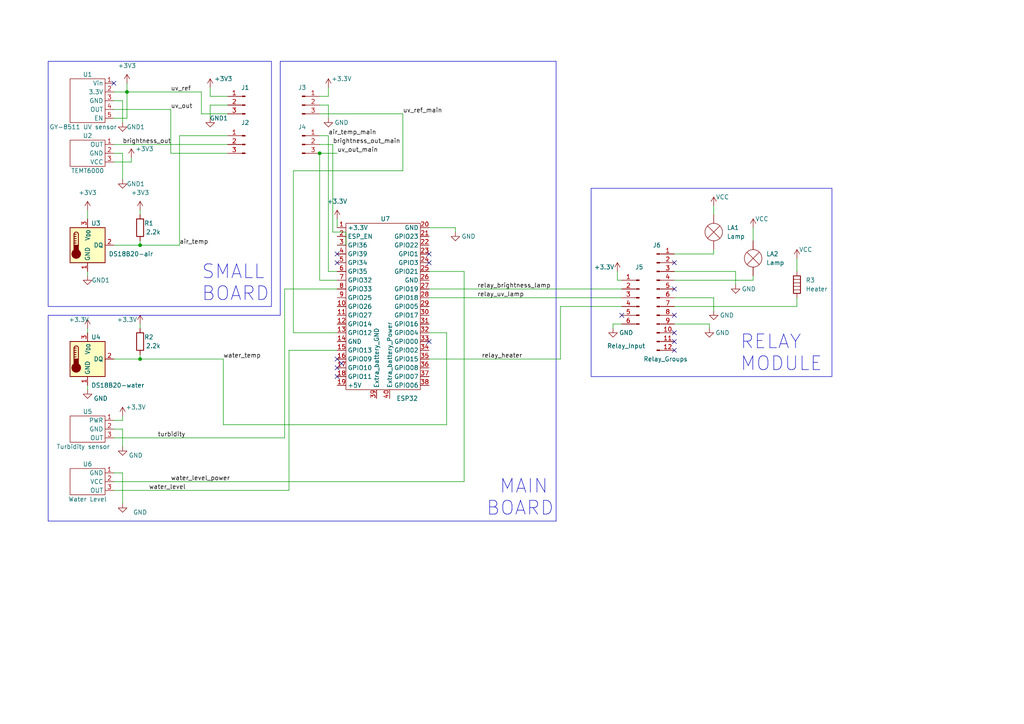
<source format=kicad_sch>
(kicad_sch (version 20230121) (generator eeschema)
  (paper "A4")
  (lib_symbols
    (symbol "Connector:Conn_01x03_Pin" (pin_names (offset 1.016) hide)
      (property "Reference" "J" (at 0 5.08 0))
      (property "Value" "Conn_01x03_Pin" (at 0 -5.08 0))
      (symbol "Conn_01x03_Pin_1_1"
        (polyline (pts (xy 1.27 -2.54) (xy 0.8636 -2.54)) (stroke (width 0.1524)))
        (polyline (pts (xy 1.27 0) (xy 0.8636 0)) (stroke (width 0.1524)))
        (polyline (pts (xy 1.27 2.54) (xy 0.8636 2.54)) (stroke (width 0.1524)))
        (rectangle (start 0.8636 -2.413) (end 0 -2.667) (stroke (width 0.1524)) (fill (type outline)))
        (rectangle (start 0.8636 0.127) (end 0 -0.127) (stroke (width 0.1524)) (fill (type outline)))
        (rectangle (start 0.8636 2.667) (end 0 2.413) (stroke (width 0.1524)) (fill (type outline)))
        (pin passive line (at 5.08 2.54 180) (length 3.81) (name "Pin_1") (number "1"))
        (pin passive line (at 5.08 0 180) (length 3.81) (name "Pin_2") (number "2"))
        (pin passive line (at 5.08 -2.54 180) (length 3.81) (name "Pin_3") (number "3"))
      )
    )
    (symbol "Connector:Conn_01x06_Pin" (pin_names (offset 1.016) hide)
      (property "Reference" "J" (at 0 7.62 0))
      (property "Value" "Conn_01x06_Pin" (at 0 -10.16 0))
      (symbol "Conn_01x06_Pin_1_1"
        (polyline (pts (xy 1.27 -7.62) (xy 0.8636 -7.62)) (stroke (width 0.1524)))
        (polyline (pts (xy 1.27 -5.08) (xy 0.8636 -5.08)) (stroke (width 0.1524)))
        (polyline (pts (xy 1.27 -2.54) (xy 0.8636 -2.54)) (stroke (width 0.1524)))
        (polyline (pts (xy 1.27 0) (xy 0.8636 0)) (stroke (width 0.1524)))
        (polyline (pts (xy 1.27 2.54) (xy 0.8636 2.54)) (stroke (width 0.1524)))
        (polyline (pts (xy 1.27 5.08) (xy 0.8636 5.08)) (stroke (width 0.1524)))
        (rectangle (start 0.8636 -7.493) (end 0 -7.747) (stroke (width 0.1524)) (fill (type outline)))
        (rectangle (start 0.8636 -4.953) (end 0 -5.207) (stroke (width 0.1524)) (fill (type outline)))
        (rectangle (start 0.8636 -2.413) (end 0 -2.667) (stroke (width 0.1524)) (fill (type outline)))
        (rectangle (start 0.8636 0.127) (end 0 -0.127) (stroke (width 0.1524)) (fill (type outline)))
        (rectangle (start 0.8636 2.667) (end 0 2.413) (stroke (width 0.1524)) (fill (type outline)))
        (rectangle (start 0.8636 5.207) (end 0 4.953) (stroke (width 0.1524)) (fill (type outline)))
        (pin passive line (at 5.08 5.08 180) (length 3.81) (name "Pin_1") (number "1"))
        (pin passive line (at 5.08 2.54 180) (length 3.81) (name "Pin_2") (number "2"))
        (pin passive line (at 5.08 0 180) (length 3.81) (name "Pin_3") (number "3"))
        (pin passive line (at 5.08 -2.54 180) (length 3.81) (name "Pin_4") (number "4"))
        (pin passive line (at 5.08 -5.08 180) (length 3.81) (name "Pin_5") (number "5"))
        (pin passive line (at 5.08 -7.62 180) (length 3.81) (name "Pin_6") (number "6"))
      )
    )
    (symbol "Connector:Conn_01x12_Pin" (pin_names (offset 1.016) hide)
      (property "Reference" "J" (at 0 15.24 0))
      (property "Value" "Conn_01x12_Pin" (at 0 -17.78 0))
      (symbol "Conn_01x12_Pin_1_1"
        (polyline (pts (xy 1.27 -15.24) (xy 0.8636 -15.24)) (stroke (width 0.1524)))
        (polyline (pts (xy 1.27 -12.7) (xy 0.8636 -12.7)) (stroke (width 0.1524)))
        (polyline (pts (xy 1.27 -10.16) (xy 0.8636 -10.16)) (stroke (width 0.1524)))
        (polyline (pts (xy 1.27 -7.62) (xy 0.8636 -7.62)) (stroke (width 0.1524)))
        (polyline (pts (xy 1.27 -5.08) (xy 0.8636 -5.08)) (stroke (width 0.1524)))
        (polyline (pts (xy 1.27 -2.54) (xy 0.8636 -2.54)) (stroke (width 0.1524)))
        (polyline (pts (xy 1.27 0) (xy 0.8636 0)) (stroke (width 0.1524)))
        (polyline (pts (xy 1.27 2.54) (xy 0.8636 2.54)) (stroke (width 0.1524)))
        (polyline (pts (xy 1.27 5.08) (xy 0.8636 5.08)) (stroke (width 0.1524)))
        (polyline (pts (xy 1.27 7.62) (xy 0.8636 7.62)) (stroke (width 0.1524)))
        (polyline (pts (xy 1.27 10.16) (xy 0.8636 10.16)) (stroke (width 0.1524)))
        (polyline (pts (xy 1.27 12.7) (xy 0.8636 12.7)) (stroke (width 0.1524)))
        (rectangle (start 0.8636 -15.113) (end 0 -15.367) (stroke (width 0.1524)) (fill (type outline)))
        (rectangle (start 0.8636 -12.573) (end 0 -12.827) (stroke (width 0.1524)) (fill (type outline)))
        (rectangle (start 0.8636 -10.033) (end 0 -10.287) (stroke (width 0.1524)) (fill (type outline)))
        (rectangle (start 0.8636 -7.493) (end 0 -7.747) (stroke (width 0.1524)) (fill (type outline)))
        (rectangle (start 0.8636 -4.953) (end 0 -5.207) (stroke (width 0.1524)) (fill (type outline)))
        (rectangle (start 0.8636 -2.413) (end 0 -2.667) (stroke (width 0.1524)) (fill (type outline)))
        (rectangle (start 0.8636 0.127) (end 0 -0.127) (stroke (width 0.1524)) (fill (type outline)))
        (rectangle (start 0.8636 2.667) (end 0 2.413) (stroke (width 0.1524)) (fill (type outline)))
        (rectangle (start 0.8636 5.207) (end 0 4.953) (stroke (width 0.1524)) (fill (type outline)))
        (rectangle (start 0.8636 7.747) (end 0 7.493) (stroke (width 0.1524)) (fill (type outline)))
        (rectangle (start 0.8636 10.287) (end 0 10.033) (stroke (width 0.1524)) (fill (type outline)))
        (rectangle (start 0.8636 12.827) (end 0 12.573) (stroke (width 0.1524)) (fill (type outline)))
        (pin passive line (at 5.08 12.7 180) (length 3.81) (name "Pin_1") (number "1"))
        (pin passive line (at 5.08 -10.16 180) (length 3.81) (name "Pin_10") (number "10"))
        (pin passive line (at 5.08 -12.7 180) (length 3.81) (name "Pin_11") (number "11"))
        (pin passive line (at 5.08 -15.24 180) (length 3.81) (name "Pin_12") (number "12"))
        (pin passive line (at 5.08 10.16 180) (length 3.81) (name "Pin_2") (number "2"))
        (pin passive line (at 5.08 7.62 180) (length 3.81) (name "Pin_3") (number "3"))
        (pin passive line (at 5.08 5.08 180) (length 3.81) (name "Pin_4") (number "4"))
        (pin passive line (at 5.08 2.54 180) (length 3.81) (name "Pin_5") (number "5"))
        (pin passive line (at 5.08 0 180) (length 3.81) (name "Pin_6") (number "6"))
        (pin passive line (at 5.08 -2.54 180) (length 3.81) (name "Pin_7") (number "7"))
        (pin passive line (at 5.08 -5.08 180) (length 3.81) (name "Pin_8") (number "8"))
        (pin passive line (at 5.08 -7.62 180) (length 3.81) (name "Pin_9") (number "9"))
      )
    )
    (symbol "Device:Heater" (pin_numbers hide) (pin_names (offset 0))
      (property "Reference" "R" (at 2.032 0 90))
      (property "Value" "Heater" (at -2.032 0 90))
      (symbol "Heater_0_1"
        (rectangle (start -1.016 -2.54) (end 1.016 2.54) (stroke (width 0.254)))
        (polyline (pts (xy -1.016 1.524) (xy 1.016 1.524)))
        (polyline (pts (xy 1.016 -1.524) (xy -1.016 -1.524)))
        (polyline (pts (xy 1.016 -0.508) (xy -1.016 -0.508)))
        (polyline (pts (xy 1.016 0.508) (xy -1.016 0.508)))
      )
      (symbol "Heater_1_1"
        (pin passive line (at 0 3.81 270) (length 1.27) (name "~") (number "1"))
        (pin passive line (at 0 -3.81 90) (length 1.27) (name "~") (number "2"))
      )
    )
    (symbol "Device:Lamp" (pin_numbers hide) (pin_names (offset 0.0254) hide)
      (property "Reference" "LA" (at 0.635 3.81 0))
      (property "Value" "Lamp" (at 0.635 -3.81 0))
      (symbol "Lamp_0_1"
        (polyline (pts (xy -1.778 1.778) (xy 1.778 -1.778)))
        (polyline (pts (xy 1.778 1.778) (xy -1.778 -1.778)))
        (circle (center 0 0) (radius 2.54))
      )
      (symbol "Lamp_1_1"
        (pin passive line (at 0 -5.08 90) (length 2.54) (name "-") (number "1"))
        (pin passive line (at 0 5.08 270) (length 2.54) (name "+") (number "2"))
      )
    )
    (symbol "Device:R" (pin_numbers hide) (pin_names (offset 0))
      (property "Reference" "R" (at 2.032 0 90))
      (property "Value" "R" (at 0 0 90))
      (symbol "R_0_1"
        (rectangle (start -1.016 -2.54) (end 1.016 2.54) (stroke (width 0.254)))
      )
      (symbol "R_1_1"
        (pin passive line (at 0 3.81 270) (length 1.27) (name "~") (number "1"))
        (pin passive line (at 0 -3.81 90) (length 1.27) (name "~") (number "2"))
      )
    )
    (symbol "Diplomna:DFROBOT_-_SEN0189_-_turbidity_sensor"
      (property "Reference" "U" (at -3.81 2.54 0))
      (symbol "DFROBOT_-_SEN0189_-_turbidity_sensor_0_1"
        (rectangle (start -5.08 1.27) (end 5.08 -6.35))
      )
      (symbol "DFROBOT_-_SEN0189_-_turbidity_sensor_1_1"
        (pin power_in line (at 7.62 0 180) (length 2.54) (name "PWR") (number "1"))
        (pin power_in line (at 7.62 -2.54 180) (length 2.54) (name "GND") (number "2"))
        (pin output line (at 7.62 -5.08 180) (length 2.54) (name "OUT") (number "3"))
      )
    )
    (symbol "Diplomna:GY-8511_UV_sensor"
      (property "Reference" "U" (at 2.54 5.08 0))
      (symbol "GY-8511_UV_sensor_0_1"
        (rectangle (start 0 3.81) (end 10.16 -8.89))
      )
      (symbol "GY-8511_UV_sensor_1_1"
        (pin power_in line (at 12.7 2.54 180) (length 2.54) (name "Vin") (number "1"))
        (pin power_in line (at 12.7 0 180) (length 2.54) (name "3.3V") (number "2"))
        (pin power_in line (at 12.7 -2.54 180) (length 2.54) (name "GND") (number "3"))
        (pin output line (at 12.7 -5.08 180) (length 2.54) (name "OUT") (number "4"))
        (pin passive line (at 12.7 -7.62 180) (length 2.54) (name "EN") (number "5"))
      )
    )
    (symbol "Diplomna:TEMT6000"
      (property "Reference" "U" (at -5.08 5.08 0))
      (symbol "TEMT6000_0_0"
        (text "" (at 1.27 0 0) (effects (font (size 1.27 1.27))))
      )
      (symbol "TEMT6000_0_1"
        (rectangle (start -7.62 3.81) (end 2.54 -3.81))
      )
      (symbol "TEMT6000_1_1"
        (pin output line (at 5.08 2.54 180) (length 2.54) (name "OUT") (number "1"))
        (pin power_in line (at 5.08 0 180) (length 2.54) (name "GND") (number "2"))
        (pin power_in line (at 5.08 -2.54 180) (length 2.54) (name "VCC") (number "3"))
      )
    )
    (symbol "Diplomna:Water_Level_Sensor"
      (property "Reference" "U" (at -36.83 20.32 0))
      (symbol "Water_Level_Sensor_0_1"
        (rectangle (start -5.08 2.54) (end 5.08 -5.08))
      )
      (symbol "Water_Level_Sensor_1_1"
        (pin power_in line (at 7.62 1.27 180) (length 2.54) (name "GND") (number "1"))
        (pin power_in line (at 7.62 -1.27 180) (length 2.54) (name "VCC") (number "2"))
        (pin output line (at 7.62 -3.81 180) (length 2.54) (name "OUT") (number "3"))
      )
    )
    (symbol "Diplomna:olimex-esp32-devkit-lipo-d2"
      (property "Reference" "U" (at 0 6.35 0))
      (property "Value" "ESP32" (at 19.05 -46.99 0))
      (symbol "olimex-esp32-devkit-lipo-d2_0_1"
        (rectangle (start -2.54 5.08) (end 19.05 -43.18))
      )
      (symbol "olimex-esp32-devkit-lipo-d2_1_1"
        (pin power_out line (at -5.08 3.81 0) (length 2.54) (name "+3.3V") (number "1"))
        (pin bidirectional line (at -5.08 -19.05 0) (length 2.54) (name "GPIO26") (number "10"))
        (pin bidirectional line (at -5.08 -21.59 0) (length 2.54) (name "GPIO27") (number "11"))
        (pin bidirectional line (at -5.08 -24.13 0) (length 2.54) (name "GPIO14") (number "12"))
        (pin bidirectional line (at -5.08 -26.67 0) (length 2.54) (name "GPIO12") (number "13"))
        (pin power_out line (at -5.08 -29.21 0) (length 2.54) (name "GND") (number "14"))
        (pin bidirectional line (at -5.08 -31.75 0) (length 2.54) (name "GPIO13") (number "15"))
        (pin bidirectional line (at -5.08 -34.29 0) (length 2.54) (name "GPIO09") (number "16"))
        (pin bidirectional line (at -5.08 -36.83 0) (length 2.54) (name "GPIO10") (number "17"))
        (pin bidirectional line (at -5.08 -39.37 0) (length 2.54) (name "GPIO11") (number "18"))
        (pin power_out line (at -5.08 -41.91 0) (length 2.54) (name "+5V") (number "19"))
        (pin passive line (at -5.08 1.27 0) (length 2.54) (name "ESP_EN") (number "2"))
        (pin power_out line (at 21.59 3.81 180) (length 2.54) (name "GND") (number "20"))
        (pin bidirectional line (at 21.59 1.27 180) (length 2.54) (name "GPIO23") (number "21"))
        (pin bidirectional line (at 21.59 -1.27 180) (length 2.54) (name "GPIO22") (number "22"))
        (pin bidirectional line (at 21.59 -3.81 180) (length 2.54) (name "GPIO1") (number "23"))
        (pin bidirectional line (at 21.59 -6.35 180) (length 2.54) (name "GPIO3") (number "24"))
        (pin bidirectional line (at 21.59 -8.89 180) (length 2.54) (name "GPIO21") (number "25"))
        (pin power_out line (at 21.59 -11.43 180) (length 2.54) (name "GND") (number "26"))
        (pin bidirectional line (at 21.59 -13.97 180) (length 2.54) (name "GPIO19") (number "27"))
        (pin bidirectional line (at 21.59 -16.51 180) (length 2.54) (name "GPIO18") (number "28"))
        (pin bidirectional line (at 21.59 -19.05 180) (length 2.54) (name "GPIO05") (number "29"))
        (pin bidirectional line (at -5.08 -1.27 0) (length 2.54) (name "GPI36") (number "3"))
        (pin bidirectional line (at 21.59 -21.59 180) (length 2.54) (name "GPIO17") (number "30"))
        (pin bidirectional line (at 21.59 -24.13 180) (length 2.54) (name "GPIO16") (number "31"))
        (pin bidirectional line (at 21.59 -26.67 180) (length 2.54) (name "GPIO04") (number "32"))
        (pin bidirectional line (at 21.59 -29.21 180) (length 2.54) (name "GPIO00") (number "33"))
        (pin bidirectional line (at 21.59 -31.75 180) (length 2.54) (name "GPIO02") (number "34"))
        (pin bidirectional line (at 21.59 -34.29 180) (length 2.54) (name "GPIO15") (number "35"))
        (pin bidirectional line (at 21.59 -36.83 180) (length 2.54) (name "GPIO08") (number "36"))
        (pin bidirectional line (at 21.59 -39.37 180) (length 2.54) (name "GPIO07") (number "37"))
        (pin bidirectional line (at 21.59 -41.91 180) (length 2.54) (name "GPIO06") (number "38"))
        (pin power_in line (at 6.35 -45.72 90) (length 2.54) (name "Extra_battery_GND") (number "39"))
        (pin bidirectional line (at -5.08 -3.81 0) (length 2.54) (name "GPI39") (number "4"))
        (pin power_in line (at 10.16 -45.72 90) (length 2.54) (name "Extra_battery_Power") (number "40"))
        (pin bidirectional line (at -5.08 -6.35 0) (length 2.54) (name "GPI34") (number "5"))
        (pin bidirectional line (at -5.08 -8.89 0) (length 2.54) (name "GPI35") (number "6"))
        (pin bidirectional line (at -5.08 -11.43 0) (length 2.54) (name "GPIO32") (number "7"))
        (pin bidirectional line (at -5.08 -13.97 0) (length 2.54) (name "GPIO33") (number "8"))
        (pin bidirectional line (at -5.08 -16.51 0) (length 2.54) (name "GPIO25") (number "9"))
      )
    )
    (symbol "Sensor_Temperature:DS18B20"
      (property "Reference" "U" (at -3.81 6.35 0))
      (property "Value" "DS18B20" (at 6.35 6.35 0))
      (symbol "DS18B20_0_1"
        (rectangle (start -5.08 5.08) (end 5.08 -5.08) (stroke (width 0.254)) (fill (type background)))
        (circle (center -3.302 -2.54) (radius 1.27) (stroke (width 0.254)) (fill (type outline)))
        (rectangle (start -2.667 -1.905) (end -3.937 0) (stroke (width 0.254)) (fill (type outline)))
        (arc (start -2.667 3.175) (mid -3.302 3.8073) (end -3.937 3.175) (stroke (width 0.254)))
        (polyline (pts (xy -3.937 0.635) (xy -3.302 0.635)) (stroke (width 0.254)))
        (polyline (pts (xy -3.937 1.27) (xy -3.302 1.27)) (stroke (width 0.254)))
        (polyline (pts (xy -3.937 1.905) (xy -3.302 1.905)) (stroke (width 0.254)))
        (polyline (pts (xy -3.937 2.54) (xy -3.302 2.54)) (stroke (width 0.254)))
        (polyline (pts (xy -3.937 3.175) (xy -3.937 0)) (stroke (width 0.254)))
        (polyline (pts (xy -3.937 3.175) (xy -3.302 3.175)) (stroke (width 0.254)))
        (polyline (pts (xy -2.667 3.175) (xy -2.667 0)) (stroke (width 0.254)))
      )
      (symbol "DS18B20_1_1"
        (pin power_in line (at 0 -7.62 90) (length 2.54) (name "GND") (number "1"))
        (pin bidirectional line (at 7.62 0 180) (length 2.54) (name "DQ") (number "2"))
        (pin power_in line (at 0 7.62 270) (length 2.54) (name "V_{DD}") (number "3"))
      )
    )
    (symbol "esp32:GND" (power) (pin_names (offset 0))
      (property "Value" "GND" (at 0 -3.81 0))
      (symbol "GND_0_1"
        (polyline (pts (xy 0 0) (xy 0 -1.27) (xy 1.27 -1.27) (xy 0 -2.54) (xy -1.27 -1.27) (xy 0 -1.27)))
      )
      (symbol "GND_1_1"
        (pin power_in line (at 0 0 270) (length 0) hide (name "GND") (number "1"))
      )
    )
    (symbol "power:+3.3V" (power) (pin_names (offset 0))
      (property "Value" "+3.3V" (at 0 3.556 0))
      (symbol "+3.3V_0_1"
        (polyline (pts (xy -0.762 1.27) (xy 0 2.54)))
        (polyline (pts (xy 0 0) (xy 0 2.54)))
        (polyline (pts (xy 0 2.54) (xy 0.762 1.27)))
      )
      (symbol "+3.3V_1_1"
        (pin power_in line (at 0 0 90) (length 0) hide (name "+3.3V") (number "1"))
      )
    )
    (symbol "power:+3V3" (power) (pin_names (offset 0))
      (property "Value" "+3V3" (at 0 3.556 0))
      (symbol "+3V3_0_1"
        (polyline (pts (xy -0.762 1.27) (xy 0 2.54)))
        (polyline (pts (xy 0 0) (xy 0 2.54)))
        (polyline (pts (xy 0 2.54) (xy 0.762 1.27)))
      )
      (symbol "+3V3_1_1"
        (pin power_in line (at 0 0 90) (length 0) hide (name "+3V3") (number "1"))
      )
    )
    (symbol "power:GND1" (power) (pin_names (offset 0))
      (property "Value" "GND1" (at 0 -3.81 0))
      (symbol "GND1_0_1"
        (polyline (pts (xy 0 0) (xy 0 -1.27) (xy 1.27 -1.27) (xy 0 -2.54) (xy -1.27 -1.27) (xy 0 -1.27)))
      )
      (symbol "GND1_1_1"
        (pin power_in line (at 0 0 270) (length 0) hide (name "GND1") (number "1"))
      )
    )
    (symbol "power:VCC" (power) (pin_names (offset 0))
      (property "Value" "VCC" (at 0 3.81 0))
      (symbol "VCC_0_1"
        (polyline (pts (xy -0.762 1.27) (xy 0 2.54)))
        (polyline (pts (xy 0 0) (xy 0 2.54)))
        (polyline (pts (xy 0 2.54) (xy 0.762 1.27)))
      )
      (symbol "VCC_1_1"
        (pin power_in line (at 0 0 90) (length 0) hide (name "VCC") (number "1"))
      )
    )
  )
  (junction (at 40.64 104.14))
  (junction (at 92.71 44.45))
  (junction (at 36.83 26.67))
  (junction (at 40.64 71.12))
  (no_connect (at 180.34 91.44))
  (no_connect (at 99.06 105.41))
  (no_connect (at 97.79 109.22))
  (no_connect (at 195.58 96.52))
  (no_connect (at 195.58 99.06))
  (no_connect (at 195.58 101.6))
  (no_connect (at 195.58 83.82))
  (no_connect (at 124.46 99.06))
  (no_connect (at 97.79 76.2))
  (no_connect (at 195.58 91.44))
  (no_connect (at 33.02 24.13))
  (no_connect (at 97.79 104.14))
  (no_connect (at 97.79 106.68))
  (no_connect (at 97.79 73.66))
  (no_connect (at 124.46 76.2))
  (no_connect (at 195.58 76.2))
  (no_connect (at 124.46 73.66))
  (wire (pts (xy 92.71 27.94) (xy 95.25 27.94)))
  (polyline (pts (xy 81.28 17.78) (xy 161.29 17.78)))
  (wire (pts (xy 36.83 26.67) (xy 58.42 26.67)))
  (wire (pts (xy 85.09 96.52) (xy 97.79 96.52)))
  (wire (pts (xy 66.04 27.94) (xy 60.96 27.94)))
  (wire (pts (xy 92.71 39.37) (xy 95.25 39.37)))
  (wire (pts (xy 83.82 101.6) (xy 97.79 101.6)))
  (wire (pts (xy 35.56 44.45) (xy 33.02 44.45)))
  (wire (pts (xy 124.46 83.82) (xy 180.34 83.82)))
  (wire (pts (xy 96.52 67.31) (xy 100.33 67.31)))
  (wire (pts (xy 95.25 30.48) (xy 95.25 34.29)))
  (wire (pts (xy 33.02 127) (xy 82.55 127)))
  (wire (pts (xy 124.46 66.04) (xy 132.08 66.04)))
  (wire (pts (xy 40.64 69.85) (xy 40.64 71.12)))
  (wire (pts (xy 25.4 60.96) (xy 25.4 63.5)))
  (wire (pts (xy 49.53 31.75) (xy 49.53 44.45)))
  (wire (pts (xy 177.8 93.98) (xy 177.8 95.25)))
  (wire (pts (xy 33.02 121.92) (xy 35.56 121.92)))
  (wire (pts (xy 33.02 137.16) (xy 35.56 137.16)))
  (polyline (pts (xy 161.29 151.13) (xy 13.97 151.13)))
  (wire (pts (xy 85.09 49.53) (xy 116.84 49.53)))
  (wire (pts (xy 180.34 81.28) (xy 179.07 81.28)))
  (wire (pts (xy 85.09 96.52) (xy 85.09 49.53)))
  (wire (pts (xy 82.55 83.82) (xy 82.55 127)))
  (wire (pts (xy 35.56 137.16) (xy 35.56 146.05)))
  (wire (pts (xy 95.25 39.37) (xy 95.25 78.74)))
  (wire (pts (xy 195.58 81.28) (xy 218.44 81.28)))
  (wire (pts (xy 218.44 81.28) (xy 218.44 80.01)))
  (wire (pts (xy 100.33 71.12) (xy 97.79 71.12)))
  (wire (pts (xy 95.25 27.94) (xy 95.25 25.4)))
  (wire (pts (xy 35.56 121.92) (xy 35.56 120.65)))
  (wire (pts (xy 207.01 90.17) (xy 207.01 86.36)))
  (wire (pts (xy 33.02 34.29) (xy 36.83 34.29)))
  (wire (pts (xy 92.71 81.28) (xy 97.79 81.28)))
  (wire (pts (xy 195.58 78.74) (xy 213.36 78.74)))
  (wire (pts (xy 40.64 104.14) (xy 33.02 104.14)))
  (wire (pts (xy 60.96 27.94) (xy 60.96 25.4)))
  (wire (pts (xy 100.33 67.31) (xy 100.33 71.12)))
  (wire (pts (xy 124.46 104.14) (xy 162.56 104.14)))
  (wire (pts (xy 40.64 71.12) (xy 33.02 71.12)))
  (wire (pts (xy 40.64 71.12) (xy 52.07 71.12)))
  (wire (pts (xy 134.62 139.7) (xy 134.62 78.74)))
  (wire (pts (xy 124.46 86.36) (xy 180.34 86.36)))
  (wire (pts (xy 40.64 93.98) (xy 40.64 95.25)))
  (wire (pts (xy 92.71 41.91) (xy 96.52 41.91)))
  (wire (pts (xy 33.02 31.75) (xy 49.53 31.75)))
  (wire (pts (xy 66.04 33.02) (xy 58.42 33.02)))
  (wire (pts (xy 205.74 93.98) (xy 205.74 95.25)))
  (wire (pts (xy 36.83 34.29) (xy 36.83 26.67)))
  (wire (pts (xy 92.71 44.45) (xy 97.79 44.45)))
  (wire (pts (xy 97.79 78.74) (xy 95.25 78.74)))
  (wire (pts (xy 83.82 101.6) (xy 83.82 142.24)))
  (wire (pts (xy 52.07 39.37) (xy 66.04 39.37)))
  (wire (pts (xy 35.56 29.21) (xy 35.56 35.56)))
  (wire (pts (xy 36.83 24.13) (xy 36.83 26.67)))
  (wire (pts (xy 40.64 104.14) (xy 64.77 104.14)))
  (wire (pts (xy 132.08 66.04) (xy 132.08 67.31)))
  (wire (pts (xy 129.54 123.19) (xy 64.77 123.19)))
  (wire (pts (xy 179.07 81.28) (xy 179.07 78.74)))
  (wire (pts (xy 116.84 49.53) (xy 116.84 33.02)))
  (wire (pts (xy 207.01 86.36) (xy 195.58 86.36)))
  (wire (pts (xy 33.02 26.67) (xy 36.83 26.67)))
  (wire (pts (xy 124.46 96.52) (xy 129.54 96.52)))
  (wire (pts (xy 35.56 52.07) (xy 35.56 44.45)))
  (wire (pts (xy 60.96 30.48) (xy 60.96 34.29)))
  (wire (pts (xy 58.42 26.67) (xy 58.42 33.02)))
  (polyline (pts (xy 81.28 91.44) (xy 81.28 17.78)))
  (wire (pts (xy 231.14 74.93) (xy 231.14 78.74)))
  (wire (pts (xy 25.4 111.76) (xy 25.4 113.03)))
  (wire (pts (xy 218.44 66.04) (xy 218.44 69.85)))
  (wire (pts (xy 35.56 124.46) (xy 35.56 129.54)))
  (polyline (pts (xy 13.97 91.44) (xy 13.97 151.13)))
  (wire (pts (xy 33.02 41.91) (xy 66.04 41.91)))
  (wire (pts (xy 64.77 123.19) (xy 64.77 104.14)))
  (wire (pts (xy 195.58 93.98) (xy 205.74 93.98)))
  (wire (pts (xy 38.1 46.99) (xy 38.1 45.72)))
  (wire (pts (xy 124.46 78.74) (xy 134.62 78.74)))
  (wire (pts (xy 33.02 142.24) (xy 83.82 142.24)))
  (wire (pts (xy 92.71 33.02) (xy 116.84 33.02)))
  (polyline (pts (xy 13.97 91.44) (xy 81.28 91.44)))
  (wire (pts (xy 162.56 88.9) (xy 180.34 88.9)))
  (wire (pts (xy 66.04 30.48) (xy 60.96 30.48)))
  (wire (pts (xy 207.01 59.69) (xy 207.01 62.23)))
  (wire (pts (xy 49.53 44.45) (xy 66.04 44.45)))
  (wire (pts (xy 92.71 30.48) (xy 95.25 30.48)))
  (wire (pts (xy 162.56 104.14) (xy 162.56 88.9)))
  (wire (pts (xy 25.4 78.74) (xy 25.4 80.01)))
  (wire (pts (xy 195.58 73.66) (xy 207.01 73.66)))
  (wire (pts (xy 40.64 60.96) (xy 40.64 62.23)))
  (wire (pts (xy 231.14 88.9) (xy 231.14 86.36)))
  (wire (pts (xy 207.01 73.66) (xy 207.01 72.39)))
  (wire (pts (xy 33.02 139.7) (xy 134.62 139.7)))
  (wire (pts (xy 25.4 95.25) (xy 25.4 96.52)))
  (wire (pts (xy 180.34 93.98) (xy 177.8 93.98)))
  (wire (pts (xy 92.71 44.45) (xy 92.71 81.28)))
  (wire (pts (xy 33.02 29.21) (xy 35.56 29.21)))
  (wire (pts (xy 82.55 83.82) (xy 97.79 83.82)))
  (wire (pts (xy 33.02 124.46) (xy 35.56 124.46)))
  (wire (pts (xy 33.02 46.99) (xy 38.1 46.99)))
  (wire (pts (xy 129.54 96.52) (xy 129.54 123.19)))
  (wire (pts (xy 96.52 41.91) (xy 96.52 67.31)))
  (wire (pts (xy 52.07 71.12) (xy 52.07 39.37)))
  (wire (pts (xy 213.36 78.74) (xy 213.36 82.55)))
  (polyline (pts (xy 161.29 17.78) (xy 161.29 151.13)))
  (wire (pts (xy 97.79 63.5) (xy 97.79 66.04)))
  (wire (pts (xy 40.64 102.87) (xy 40.64 104.14)))
  (wire (pts (xy 195.58 88.9) (xy 231.14 88.9)))
  (rectangle (start 13.97 17.78) (end 78.74 88.9))
  (rectangle (start 171.45 54.61) (end 241.3 109.22))
  (text "MAIN" (at 144.78 143.51 0) (effects (font (size 4 4)) (justify left bottom)))
  (text "SMALL" (at 58.42 81.28 0) (effects (font (size 4 4)) (justify left bottom)))
  (text "RELAY\n" (at 214.63 101.6 0) (effects (font (size 4 4)) (justify left bottom)))
  (text "BOARD" (at 58.42 87.63 0) (effects (font (size 4 4)) (justify left bottom)))
  (text "BOARD\n" (at 140.97 149.86 0) (effects (font (size 4 4)) (justify left bottom)))
  (text "MODULE" (at 214.63 107.95 0) (effects (font (size 4 4)) (justify left bottom)))
  (label "water_level_power" (at 49.53 139.7 0))
  (label "uv_ref_main" (at 116.84 33.02 0))
  (label "brightness_out" (at 35.56 41.91 0))
  (label "water_temp" (at 64.77 104.14 0))
  (label "relay_uv_lamp" (at 138.43 86.36 0))
  (label "relay_heater" (at 139.7 104.14 0))
  (label "water_level" (at 43.18 142.24 0))
  (label "uv_out_main" (at 97.79 44.45 0))
  (label "uv_out" (at 49.53 31.75 0))
  (label "uv_ref" (at 49.53 26.67 0))
  (label "air_temp" (at 52.07 71.12 0))
  (label "relay_brightness_lamp" (at 138.43 83.82 0))
  (label "brightness_out_main" (at 96.52 41.91 0))
  (label "air_temp_main" (at 95.25 39.37 0))
  (label "turbidity" (at 45.72 127 0))
  (symbol (lib_id "Diplomna:Water_Level_Sensor") (at 25.4 138.43 0) (unit 1)
    (property "Reference" "U6" (at 25.4 134.62 0))
    (property "Value" "Water Level" (at 25.4 144.78 0))
    (property "Footprint" "Diplomna:3pin_holes" (effects hide))
  )
  (symbol (lib_id "power:+3V3") (at 60.96 25.4 0) (mirror y) (unit 1)
    (property "Reference" "#PWR014" (effects hide))
    (property "Value" "+3V3" (at 64.77 22.86 0))
  )
  (symbol (lib_id "power:+3.3V") (at 97.79 63.5 0) (unit 1)
    (property "Reference" "#PWR018" (effects hide))
    (property "Value" "+3.3V" (at 97.79 58.42 0))
  )
  (symbol (lib_id "esp32:GND") (at 205.74 95.25 0) (unit 1) (on_board no)
    (property "Reference" "#PWR033" (effects hide))
    (property "Value" "GND" (at 209.55 96.52 0))
  )
  (symbol (lib_id "esp32:GND") (at 35.56 146.05 0) (mirror y) (unit 1)
    (property "Reference" "#PWR09" (effects hide))
    (property "Value" "GND" (at 40.64 148.59 0))
  )
  (symbol (lib_id "power:GND1") (at 25.4 80.01 0) (unit 1)
    (property "Reference" "#PWR02" (effects hide))
    (property "Value" "GND1" (at 29.21 81.28 0))
  )
  (symbol (lib_id "Device:R") (at 40.64 99.06 0) (mirror y) (unit 1)
    (property "Reference" "R2" (at 43.18 97.79 0))
    (property "Value" "2.2k" (at 44.45 100.33 0))
    (property "Footprint" "Resistor_THT:R_Axial_DIN0204_L3.6mm_D1.6mm_P7.62mm_Horizontal" (effects hide))
  )
  (symbol (lib_id "power:+3.3V") (at 179.07 78.74 0) (mirror y) (unit 1) (on_board no)
    (property "Reference" "#PWR030" (effects hide))
    (property "Value" "+3.3V" (at 175.26 77.47 0))
  )
  (symbol (lib_id "Connector:Conn_01x06_Pin") (at 185.42 86.36 0) (mirror y) (unit 1)
    (property "Reference" "J5" (at 185.42 77.47 0))
    (property "Value" "Relay_Input" (at 181.61 100.33 0))
    (property "Footprint" "Diplomna:6pin_holes" (effects hide))
  )
  (symbol (lib_id "Diplomna:DFROBOT_-_SEN0189_-_turbidity_sensor") (at 25.4 121.92 0) (unit 1)
    (property "Reference" "U5" (at 25.4 119.38 0))
    (property "Value" "Turbidity sensor" (at 24.13 129.54 0))
    (property "Footprint" "Diplomna:3pin_holes" (effects hide))
  )
  (symbol (lib_id "power:+3V3") (at 25.4 60.96 0) (unit 1)
    (property "Reference" "#PWR01" (effects hide))
    (property "Value" "+3V3" (at 25.4 55.88 0))
  )
  (symbol (lib_id "esp32:GND") (at 95.25 34.29 0) (unit 1)
    (property "Reference" "#PWR017" (effects hide))
    (property "Value" "GND" (at 99.06 35.56 0))
  )
  (symbol (lib_id "esp32:GND") (at 35.56 129.54 0) (mirror y) (unit 1)
    (property "Reference" "#PWR08" (effects hide))
    (property "Value" "GND" (at 39.37 132.08 0))
  )
  (symbol (lib_id "esp32:GND") (at 207.01 90.17 0) (unit 1) (on_board no)
    (property "Reference" "#PWR034" (effects hide))
    (property "Value" "GND" (at 210.82 91.44 0))
  )
  (symbol (lib_id "Device:Lamp") (at 207.01 67.31 0) (unit 1) (on_board no)
    (property "Reference" "LA1" (at 210.82 66.04 0) (effects (justify left)))
    (property "Value" "Lamp" (at 210.82 68.58 0) (effects (justify left)))
    (property "Footprint" "Diplomna:Lamp" (effects hide))
  )
  (symbol (lib_id "esp32:GND") (at 177.8 95.25 0) (mirror y) (unit 1) (on_board no)
    (property "Reference" "#PWR031" (effects hide))
    (property "Value" "GND" (at 181.61 96.52 0))
  )
  (symbol (lib_id "Connector:Conn_01x03_Pin") (at 71.12 41.91 0) (mirror y) (unit 1)
    (property "Reference" "J2" (at 71.12 35.56 0))
    (property "Value" "Conn_01x03_Pin" (effects hide))
    (property "Footprint" "Diplomna:connector_3p" (effects hide))
  )
  (symbol (lib_id "Device:Heater") (at 231.14 82.55 0) (unit 1) (on_board no)
    (property "Reference" "R3" (at 233.68 81.28 0) (effects (justify left)))
    (property "Value" "Heater" (at 233.68 83.82 0) (effects (justify left)))
    (property "Footprint" "Diplomna:Heater" (effects hide))
  )
  (symbol (lib_id "power:GND1") (at 35.56 52.07 0) (unit 1)
    (property "Reference" "#PWR06" (effects hide))
    (property "Value" "GND1" (at 39.37 53.34 0))
  )
  (symbol (lib_id "power:VCC") (at 207.01 59.69 0) (unit 1) (on_board no)
    (property "Reference" "#PWR029" (effects hide))
    (property "Value" "VCC" (at 209.55 57.15 0))
  )
  (symbol (lib_id "Device:R") (at 40.64 66.04 0) (mirror y) (unit 1)
    (property "Reference" "R1" (at 43.18 64.77 0))
    (property "Value" "2.2k" (at 44.45 67.31 0))
    (property "Footprint" "Resistor_THT:R_Axial_DIN0204_L3.6mm_D1.6mm_P7.62mm_Horizontal" (effects hide))
  )
  (symbol (lib_id "power:+3V3") (at 36.83 24.13 0) (unit 1)
    (property "Reference" "#PWR010" (effects hide))
    (property "Value" "+3V3" (at 36.83 19.05 0))
  )
  (symbol (lib_id "Diplomna:GY-8511_UV_sensor") (at 20.32 26.67 0) (unit 1)
    (property "Reference" "U1" (at 25.4 21.59 0))
    (property "Value" "GY-8511 UV sensor" (at 24.13 36.83 0))
    (property "Footprint" "Diplomna:5pin_holes" (effects hide))
  )
  (symbol (lib_id "esp32:GND") (at 213.36 82.55 0) (unit 1) (on_board no)
    (property "Reference" "#PWR032" (effects hide))
    (property "Value" "GND" (at 217.17 83.82 0))
  )
  (symbol (lib_id "power:+3.3V") (at 40.64 93.98 0) (mirror y) (unit 1)
    (property "Reference" "#PWR013" (effects hide))
    (property "Value" "+3.3V" (at 36.83 92.71 0))
  )
  (symbol (lib_id "power:+3.3V") (at 95.25 25.4 0) (unit 1)
    (property "Reference" "#PWR016" (effects hide))
    (property "Value" "+3.3V" (at 99.06 22.86 0))
  )
  (symbol (lib_id "esp32:GND") (at 132.08 67.31 0) (unit 1)
    (property "Reference" "#PWR019" (effects hide))
    (property "Value" "GND" (at 135.89 68.58 0))
  )
  (symbol (lib_id "power:VCC") (at 218.44 66.04 0) (unit 1) (on_board no)
    (property "Reference" "#PWR035" (effects hide))
    (property "Value" "VCC" (at 220.98 63.5 0))
  )
  (symbol (lib_id "Diplomna:TEMT6000") (at 27.94 44.45 0) (unit 1)
    (property "Reference" "U2" (at 25.4 39.37 0))
    (property "Value" "TEMT6000" (at 25.4 49.53 0))
    (property "Footprint" "Diplomna:3pin_holes" (effects hide))
  )
  (symbol (lib_id "power:VCC") (at 231.14 74.93 0) (unit 1) (on_board no)
    (property "Reference" "#PWR036" (effects hide))
    (property "Value" "VCC" (at 233.68 72.39 0))
  )
  (symbol (lib_id "Connector:Conn_01x12_Pin") (at 190.5 86.36 0) (unit 1)
    (property "Reference" "J6" (at 190.5 71.12 0))
    (property "Value" "Relay_Groups" (at 193.04 104.14 0))
  )
  (symbol (lib_id "power:GND1") (at 35.56 35.56 0) (unit 1)
    (property "Reference" "#PWR05" (effects hide))
    (property "Value" "GND1" (at 39.37 36.83 0))
  )
  (symbol (lib_id "power:+3.3V") (at 25.4 95.25 0) (mirror y) (unit 1)
    (property "Reference" "#PWR03" (effects hide))
    (property "Value" "+3.3V" (at 22.86 92.71 0))
  )
  (symbol (lib_id "Connector:Conn_01x03_Pin") (at 87.63 41.91 0) (unit 1)
    (property "Reference" "J4" (at 87.63 36.83 0))
    (property "Value" "Conn_01x03_Pin" (effects hide))
    (property "Footprint" "Diplomna:connector_3p" (effects hide))
  )
  (symbol (lib_id "power:+3V3") (at 38.1 45.72 0) (unit 1)
    (property "Reference" "#PWR011" (effects hide))
    (property "Value" "+3V3" (at 41.91 43.18 0))
  )
  (symbol (lib_id "Connector:Conn_01x03_Pin") (at 87.63 30.48 0) (unit 1)
    (property "Reference" "J3" (at 87.63 25.4 0))
    (property "Value" "Conn_01x03_Pin" (effects hide))
    (property "Footprint" "Diplomna:connector_3p" (effects hide))
  )
  (symbol (lib_id "power:GND1") (at 60.96 34.29 0) (mirror y) (unit 1)
    (property "Reference" "#PWR015" (effects hide))
    (property "Value" "GND1" (at 63.5 34.29 0))
  )
  (symbol (lib_id "Device:Lamp") (at 218.44 74.93 0) (unit 1) (on_board no)
    (property "Reference" "LA2" (at 222.25 73.66 0) (effects (justify left)))
    (property "Value" "Lamp" (at 222.25 76.2 0) (effects (justify left)))
    (property "Footprint" "Diplomna:Lamp" (effects hide))
  )
  (symbol (lib_id "Sensor_Temperature:DS18B20") (at 25.4 71.12 0) (unit 1)
    (property "Reference" "U3" (at 29.21 64.77 0) (effects (justify right)))
    (property "Value" "DS18B20-air" (at 44.45 73.66 0) (effects (justify right)))
    (property "Footprint" "Diplomna:DS18B20_3dmodel" (effects hide))
    (property "Datasheet" "http://datasheets.maximintegrated.com/en/ds/DS18B20.pdf" (effects hide))
  )
  (symbol (lib_id "power:+3.3V") (at 35.56 120.65 0) (mirror y) (unit 1)
    (property "Reference" "#PWR07" (effects hide))
    (property "Value" "+3.3V" (at 39.37 118.11 0))
  )
  (symbol (lib_id "esp32:GND") (at 25.4 113.03 0) (mirror y) (unit 1)
    (property "Reference" "#PWR04" (effects hide))
    (property "Value" "GND" (at 29.21 115.57 0))
  )
  (symbol (lib_id "Diplomna:olimex-esp32-devkit-lipo-d2") (at 102.87 69.85 0) (unit 1)
    (property "Reference" "U7" (at 111.76 63.5 0))
    (property "Value" "ESP32" (at 118.11 115.57 0))
  )
  (symbol (lib_id "Connector:Conn_01x03_Pin") (at 71.12 30.48 0) (mirror y) (unit 1)
    (property "Reference" "J1" (at 71.12 25.4 0))
    (property "Value" "Conn_01x03_Pin" (effects hide))
    (property "Footprint" "Diplomna:connector_3p" (effects hide))
  )
  (symbol (lib_id "Sensor_Temperature:DS18B20") (at 25.4 104.14 0) (unit 1)
    (property "Reference" "U4" (at 29.21 97.79 0) (effects (justify right)))
    (property "Value" "DS18B20-water" (at 41.91 111.76 0) (effects (justify right)))
    (property "Footprint" "Diplomna:DS18B20_3dmodel" (effects hide))
    (property "Datasheet" "http://datasheets.maximintegrated.com/en/ds/DS18B20.pdf" (effects hide))
  )
  (symbol (lib_id "power:+3V3") (at 40.64 60.96 0) (unit 1)
    (property "Reference" "#PWR012" (effects hide))
    (property "Value" "+3V3" (at 40.64 55.88 0))
  )
)
</source>
